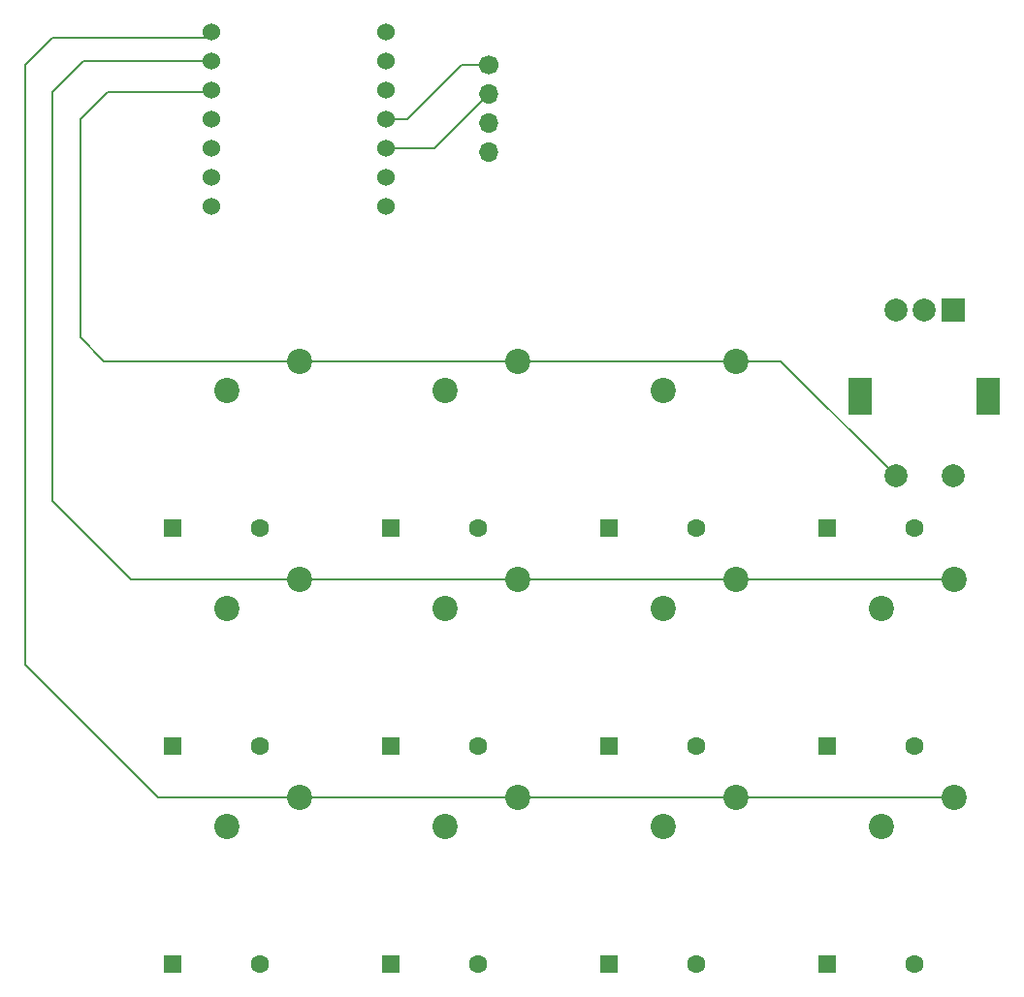
<source format=gbr>
%TF.GenerationSoftware,KiCad,Pcbnew,9.0.6*%
%TF.CreationDate,2025-12-24T16:22:33+00:00*%
%TF.ProjectId,Macro Pad,4d616372-6f20-4506-9164-2e6b69636164,rev?*%
%TF.SameCoordinates,Original*%
%TF.FileFunction,Copper,L2,Bot*%
%TF.FilePolarity,Positive*%
%FSLAX46Y46*%
G04 Gerber Fmt 4.6, Leading zero omitted, Abs format (unit mm)*
G04 Created by KiCad (PCBNEW 9.0.6) date 2025-12-24 16:22:33*
%MOMM*%
%LPD*%
G01*
G04 APERTURE LIST*
G04 Aperture macros list*
%AMRoundRect*
0 Rectangle with rounded corners*
0 $1 Rounding radius*
0 $2 $3 $4 $5 $6 $7 $8 $9 X,Y pos of 4 corners*
0 Add a 4 corners polygon primitive as box body*
4,1,4,$2,$3,$4,$5,$6,$7,$8,$9,$2,$3,0*
0 Add four circle primitives for the rounded corners*
1,1,$1+$1,$2,$3*
1,1,$1+$1,$4,$5*
1,1,$1+$1,$6,$7*
1,1,$1+$1,$8,$9*
0 Add four rect primitives between the rounded corners*
20,1,$1+$1,$2,$3,$4,$5,0*
20,1,$1+$1,$4,$5,$6,$7,0*
20,1,$1+$1,$6,$7,$8,$9,0*
20,1,$1+$1,$8,$9,$2,$3,0*%
G04 Aperture macros list end*
%TA.AperFunction,ComponentPad*%
%ADD10C,1.600000*%
%TD*%
%TA.AperFunction,ComponentPad*%
%ADD11RoundRect,0.250000X-0.550000X-0.550000X0.550000X-0.550000X0.550000X0.550000X-0.550000X0.550000X0*%
%TD*%
%TA.AperFunction,ComponentPad*%
%ADD12C,2.200000*%
%TD*%
%TA.AperFunction,ComponentPad*%
%ADD13C,1.700000*%
%TD*%
%TA.AperFunction,ComponentPad*%
%ADD14O,1.700000X1.700000*%
%TD*%
%TA.AperFunction,WasherPad*%
%ADD15R,2.000000X3.200000*%
%TD*%
%TA.AperFunction,ComponentPad*%
%ADD16R,2.000000X2.000000*%
%TD*%
%TA.AperFunction,ComponentPad*%
%ADD17C,2.000000*%
%TD*%
%TA.AperFunction,ComponentPad*%
%ADD18C,1.524000*%
%TD*%
%TA.AperFunction,Conductor*%
%ADD19C,0.200000*%
%TD*%
G04 APERTURE END LIST*
D10*
%TO.P,D10,2,A*%
%TO.N,Net-(D10-A)*%
X108585000Y-73818750D03*
D11*
%TO.P,D10,1,K*%
%TO.N,Net-(D10-K)*%
X100965000Y-73818750D03*
%TD*%
D12*
%TO.P,SW8,1,1*%
%TO.N,Net-(U1-GPIO27{slash}ADC1{slash}A1)*%
X93027500Y-78263750D03*
%TO.P,SW8,2,2*%
%TO.N,Net-(D8-A)*%
X86677500Y-80803750D03*
%TD*%
D11*
%TO.P,D11,1,K*%
%TO.N,Net-(D10-K)*%
X100965000Y-92868750D03*
D10*
%TO.P,D11,2,A*%
%TO.N,Net-(D11-A)*%
X108585000Y-92868750D03*
%TD*%
D12*
%TO.P,SW9,1,1*%
%TO.N,Net-(U1-GPIO26{slash}ADC0{slash}A0)*%
X93027500Y-97313750D03*
%TO.P,SW9,2,2*%
%TO.N,Net-(D9-A)*%
X86677500Y-99853750D03*
%TD*%
D11*
%TO.P,D8,1,K*%
%TO.N,Net-(D7-K)*%
X81915000Y-92868750D03*
D10*
%TO.P,D8,2,A*%
%TO.N,Net-(D8-A)*%
X89535000Y-92868750D03*
%TD*%
D13*
%TO.P,J1,1,Pin_1*%
%TO.N,Net-(J1-Pin_1)*%
X71437500Y-33337500D03*
D14*
%TO.P,J1,2,Pin_2*%
%TO.N,Net-(J1-Pin_2)*%
X71437500Y-35877500D03*
%TO.P,J1,3,Pin_3*%
%TO.N,+3.3V*%
X71437500Y-38417500D03*
%TO.P,J1,4,Pin_4*%
%TO.N,GND*%
X71437500Y-40957500D03*
%TD*%
D11*
%TO.P,D1,1,K*%
%TO.N,Net-(D1-K)*%
X43815000Y-73818750D03*
D10*
%TO.P,D1,2,A*%
%TO.N,Net-(D1-A)*%
X51435000Y-73818750D03*
%TD*%
D12*
%TO.P,SW5,1,1*%
%TO.N,Net-(U1-GPIO27{slash}ADC1{slash}A1)*%
X73977500Y-78263750D03*
%TO.P,SW5,2,2*%
%TO.N,Net-(D5-A)*%
X67627500Y-80803750D03*
%TD*%
D11*
%TO.P,D4,1,K*%
%TO.N,Net-(D4-K)*%
X62865000Y-73818750D03*
D10*
%TO.P,D4,2,A*%
%TO.N,Net-(D4-A)*%
X70485000Y-73818750D03*
%TD*%
D11*
%TO.P,D12,1,K*%
%TO.N,Net-(D10-K)*%
X100965000Y-111918750D03*
D10*
%TO.P,D12,2,A*%
%TO.N,Net-(D12-A)*%
X108585000Y-111918750D03*
%TD*%
D12*
%TO.P,SW3,1,1*%
%TO.N,Net-(U1-GPIO26{slash}ADC0{slash}A0)*%
X54927500Y-97313750D03*
%TO.P,SW3,2,2*%
%TO.N,Net-(D3-A)*%
X48577500Y-99853750D03*
%TD*%
%TO.P,SW1,1,1*%
%TO.N,Net-(U1-GPIO28{slash}ADC2{slash}A2)*%
X54927500Y-59213750D03*
%TO.P,SW1,2,2*%
%TO.N,Net-(D1-A)*%
X48577500Y-61753750D03*
%TD*%
D11*
%TO.P,D3,1,K*%
%TO.N,Net-(D1-K)*%
X43815000Y-111918750D03*
D10*
%TO.P,D3,2,A*%
%TO.N,Net-(D3-A)*%
X51435000Y-111918750D03*
%TD*%
D11*
%TO.P,D5,1,K*%
%TO.N,Net-(D4-K)*%
X62865000Y-92868750D03*
D10*
%TO.P,D5,2,A*%
%TO.N,Net-(D5-A)*%
X70485000Y-92868750D03*
%TD*%
D15*
%TO.P,SW13,*%
%TO.N,*%
X115018750Y-62268750D03*
X103818750Y-62268750D03*
D16*
%TO.P,SW13,A,A*%
%TO.N,Net-(U1-GPIO1{slash}RX)*%
X111918750Y-54768750D03*
D17*
%TO.P,SW13,B,B*%
%TO.N,Net-(U1-GPIO2{slash}SCK)*%
X106918750Y-54768750D03*
%TO.P,SW13,C,C*%
%TO.N,GND*%
X109418750Y-54768750D03*
%TO.P,SW13,S1,S1*%
%TO.N,Net-(U1-GPIO28{slash}ADC2{slash}A2)*%
X106918750Y-69268750D03*
%TO.P,SW13,S2,S2*%
%TO.N,Net-(D10-A)*%
X111918750Y-69268750D03*
%TD*%
D11*
%TO.P,D7,1,K*%
%TO.N,Net-(D7-K)*%
X81915000Y-73818750D03*
D10*
%TO.P,D7,2,A*%
%TO.N,Net-(D7-A)*%
X89535000Y-73818750D03*
%TD*%
D18*
%TO.P,U1,1,GPIO26/ADC0/A0*%
%TO.N,Net-(U1-GPIO26{slash}ADC0{slash}A0)*%
X47148750Y-30480000D03*
%TO.P,U1,2,GPIO27/ADC1/A1*%
%TO.N,Net-(U1-GPIO27{slash}ADC1{slash}A1)*%
X47148750Y-33020000D03*
%TO.P,U1,3,GPIO28/ADC2/A2*%
%TO.N,Net-(U1-GPIO28{slash}ADC2{slash}A2)*%
X47148750Y-35560000D03*
%TO.P,U1,4,GPIO29/ADC3/A3*%
%TO.N,Net-(D1-K)*%
X47148750Y-38100000D03*
%TO.P,U1,5,GPIO6/SDA*%
%TO.N,Net-(D4-K)*%
X47148750Y-40640000D03*
%TO.P,U1,6,GPIO7/SCL*%
%TO.N,Net-(D7-K)*%
X47148750Y-43180000D03*
%TO.P,U1,7,GPIO0/TX*%
%TO.N,Net-(D10-K)*%
X47148750Y-45720000D03*
%TO.P,U1,8,GPIO1/RX*%
%TO.N,Net-(U1-GPIO1{slash}RX)*%
X62388750Y-45720000D03*
%TO.P,U1,9,GPIO2/SCK*%
%TO.N,Net-(U1-GPIO2{slash}SCK)*%
X62388750Y-43180000D03*
%TO.P,U1,10,GPIO4/MISO*%
%TO.N,Net-(J1-Pin_2)*%
X62388750Y-40640000D03*
%TO.P,U1,11,GPIO3/MOSI*%
%TO.N,Net-(J1-Pin_1)*%
X62388750Y-38100000D03*
%TO.P,U1,12,3V3*%
%TO.N,+3.3V*%
X62388750Y-35560000D03*
%TO.P,U1,13,GND*%
%TO.N,GND*%
X62388750Y-33020000D03*
%TO.P,U1,14,VBUS*%
%TO.N,+5V*%
X62388750Y-30480000D03*
%TD*%
D11*
%TO.P,D2,1,K*%
%TO.N,Net-(D1-K)*%
X43815000Y-92868750D03*
D10*
%TO.P,D2,2,A*%
%TO.N,Net-(D2-A)*%
X51435000Y-92868750D03*
%TD*%
D12*
%TO.P,SW7,1,1*%
%TO.N,Net-(U1-GPIO28{slash}ADC2{slash}A2)*%
X93027500Y-59213750D03*
%TO.P,SW7,2,2*%
%TO.N,Net-(D7-A)*%
X86677500Y-61753750D03*
%TD*%
D11*
%TO.P,D6,1,K*%
%TO.N,Net-(D4-K)*%
X62865000Y-111918750D03*
D10*
%TO.P,D6,2,A*%
%TO.N,Net-(D6-A)*%
X70485000Y-111918750D03*
%TD*%
D12*
%TO.P,SW4,1,1*%
%TO.N,Net-(U1-GPIO28{slash}ADC2{slash}A2)*%
X73977500Y-59213750D03*
%TO.P,SW4,2,2*%
%TO.N,Net-(D4-A)*%
X67627500Y-61753750D03*
%TD*%
%TO.P,SW2,1,1*%
%TO.N,Net-(U1-GPIO27{slash}ADC1{slash}A1)*%
X54927500Y-78263750D03*
%TO.P,SW2,2,2*%
%TO.N,Net-(D2-A)*%
X48577500Y-80803750D03*
%TD*%
D11*
%TO.P,D9,1,K*%
%TO.N,Net-(D7-K)*%
X81915000Y-111918750D03*
D10*
%TO.P,D9,2,A*%
%TO.N,Net-(D9-A)*%
X89535000Y-111918750D03*
%TD*%
D12*
%TO.P,SW11,1,1*%
%TO.N,Net-(U1-GPIO26{slash}ADC0{slash}A0)*%
X112077500Y-97313750D03*
%TO.P,SW11,2,2*%
%TO.N,Net-(D12-A)*%
X105727500Y-99853750D03*
%TD*%
%TO.P,SW6,1,1*%
%TO.N,Net-(U1-GPIO26{slash}ADC0{slash}A0)*%
X73977500Y-97313750D03*
%TO.P,SW6,2,2*%
%TO.N,Net-(D6-A)*%
X67627500Y-99853750D03*
%TD*%
%TO.P,SW10,1,1*%
%TO.N,Net-(U1-GPIO27{slash}ADC1{slash}A1)*%
X112077500Y-78263750D03*
%TO.P,SW10,2,2*%
%TO.N,Net-(D11-A)*%
X105727500Y-80803750D03*
%TD*%
D19*
%TO.N,Net-(J1-Pin_2)*%
X71437500Y-35877500D02*
X66675000Y-40640000D01*
X66675000Y-40640000D02*
X62388750Y-40640000D01*
%TO.N,Net-(J1-Pin_1)*%
X69056250Y-33337500D02*
X64293750Y-38100000D01*
X64293750Y-38100000D02*
X62388750Y-38100000D01*
X71437500Y-33337500D02*
X69056250Y-33337500D01*
%TO.N,Net-(U1-GPIO27{slash}ADC1{slash}A1)*%
X40163750Y-78263750D02*
X33337500Y-71437500D01*
X36036250Y-33020000D02*
X47148750Y-33020000D01*
X33337500Y-35718750D02*
X36036250Y-33020000D01*
X54927500Y-78263750D02*
X40163750Y-78263750D01*
X112077500Y-78263750D02*
X54927500Y-78263750D01*
X33337500Y-71437500D02*
X33337500Y-35718750D01*
%TO.N,Net-(U1-GPIO26{slash}ADC0{slash}A0)*%
X46672500Y-30956250D02*
X47148750Y-30480000D01*
X112077500Y-97313750D02*
X54927500Y-97313750D01*
X30956250Y-85725000D02*
X30956250Y-33337500D01*
X54927500Y-97313750D02*
X42545000Y-97313750D01*
X30956250Y-33337500D02*
X33337500Y-30956250D01*
X42545000Y-97313750D02*
X30956250Y-85725000D01*
X33337500Y-30956250D02*
X46672500Y-30956250D01*
%TO.N,Net-(U1-GPIO28{slash}ADC2{slash}A2)*%
X106918750Y-69268750D02*
X96863750Y-59213750D01*
X38100000Y-35718750D02*
X35718750Y-38100000D01*
X47148750Y-35560000D02*
X46990000Y-35718750D01*
X35718750Y-38100000D02*
X35718750Y-57150000D01*
X96863750Y-59213750D02*
X93027500Y-59213750D01*
X35718750Y-57150000D02*
X37782500Y-59213750D01*
X93027500Y-59213750D02*
X54927500Y-59213750D01*
X37782500Y-59213750D02*
X54927500Y-59213750D01*
X46990000Y-35718750D02*
X38100000Y-35718750D01*
%TD*%
M02*

</source>
